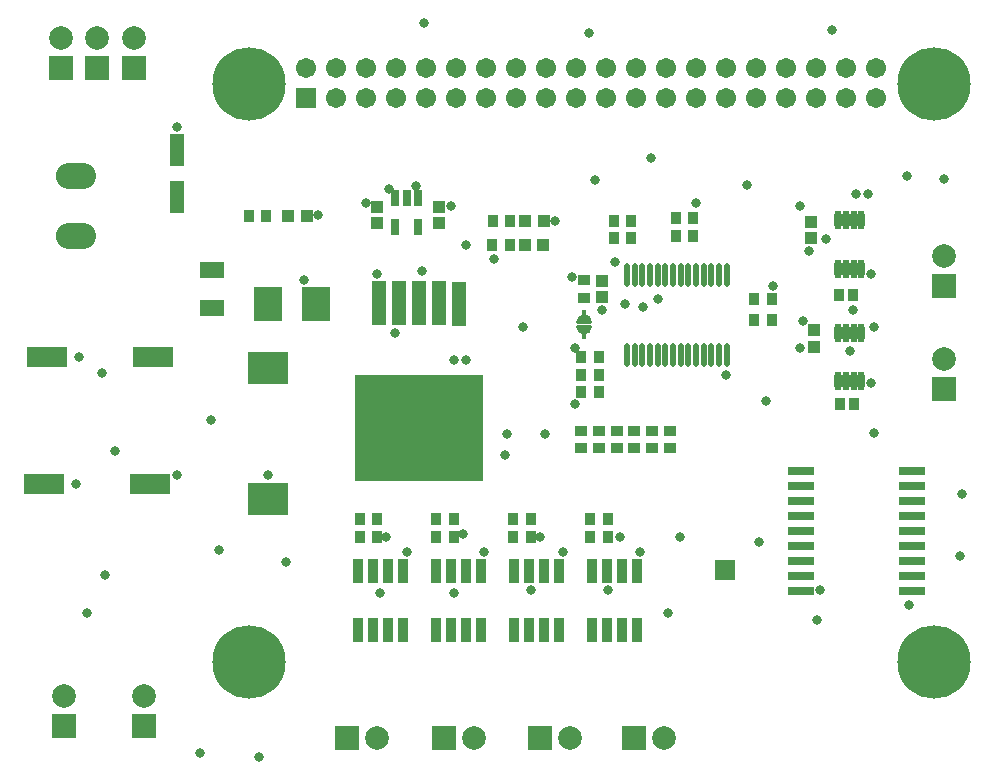
<source format=gts>
G04 Layer_Color=8388736*
%FSLAX25Y25*%
%MOIN*%
G70*
G01*
G75*
%ADD49C,0.01300*%
%ADD50R,0.03556X0.04343*%
%ADD51R,0.13398X0.06706*%
%ADD52R,0.04343X0.03556*%
%ADD53R,0.04343X0.03950*%
%ADD54R,0.03556X0.04147*%
%ADD55R,0.09816X0.11509*%
%ADD56R,0.08280X0.05524*%
%ADD57R,0.13398X0.10642*%
%ADD58R,0.03950X0.03950*%
%ADD59R,0.08674X0.03162*%
%ADD60O,0.01587X0.02768*%
%ADD61R,0.03635X0.07887*%
%ADD62O,0.02572X0.06312*%
%ADD63O,0.02178X0.07887*%
%ADD64R,0.03162X0.05524*%
%ADD65R,0.05009X0.14579*%
%ADD66R,0.42768X0.35800*%
%ADD67R,0.04737X0.11036*%
%ADD68O,0.13398X0.08674*%
%ADD69R,0.07887X0.07887*%
%ADD70C,0.07887*%
%ADD71R,0.07887X0.07887*%
%ADD72C,0.24422*%
%ADD73C,0.06706*%
%ADD74R,0.06706X0.06706*%
%ADD75R,0.06800X0.06800*%
%ADD76C,0.03162*%
G36*
X236221Y305908D02*
X235921Y305184D01*
X235367Y304630D01*
X234644Y304331D01*
X233860D01*
X233137Y304630D01*
X232583Y305184D01*
X232283Y305908D01*
Y306299D01*
X236221D01*
Y305908D01*
D02*
G37*
G36*
X235401Y309693D02*
X235955Y309139D01*
X236255Y308415D01*
Y308024D01*
X232318D01*
Y308415D01*
X232617Y309139D01*
X233171Y309693D01*
X233894Y309992D01*
X234678D01*
X235401Y309693D01*
D02*
G37*
D49*
X236221Y307874D02*
G03*
X234152Y309840I-1969J0D01*
G01*
D02*
G03*
X232283Y307874I100J-1966D01*
G01*
Y306299D02*
G03*
X234152Y304333I1969J0D01*
G01*
D02*
G03*
X236221Y306299I100J1966D01*
G01*
X232284Y307874D02*
X236221D01*
X232284Y306299D02*
X236221D01*
D50*
X209623Y341535D02*
D03*
X203717D02*
D03*
X209449Y333465D02*
D03*
X203543D02*
D03*
X242126Y236221D02*
D03*
X236220D02*
D03*
X190945D02*
D03*
X185039D02*
D03*
X128324Y343251D02*
D03*
X122418D02*
D03*
X210630Y236221D02*
D03*
X216535D02*
D03*
X210630Y242126D02*
D03*
X216535D02*
D03*
X159449Y236221D02*
D03*
X165354D02*
D03*
X159449Y242126D02*
D03*
X165354D02*
D03*
X233268Y296260D02*
D03*
X239173D02*
D03*
X233268Y290354D02*
D03*
X239173D02*
D03*
X233268Y284449D02*
D03*
X239173D02*
D03*
X296900Y315415D02*
D03*
X290995D02*
D03*
X296800Y308515D02*
D03*
X290895D02*
D03*
X244094Y335810D02*
D03*
X250000D02*
D03*
X244094Y341535D02*
D03*
X250000D02*
D03*
X270669Y342520D02*
D03*
X264764D02*
D03*
X270669Y336614D02*
D03*
X264764D02*
D03*
X185039Y242126D02*
D03*
X190945D02*
D03*
X236221Y242126D02*
D03*
X242126D02*
D03*
D51*
X55118Y296306D02*
D03*
X90551D02*
D03*
X54134Y253754D02*
D03*
X89567D02*
D03*
D52*
X234252Y315945D02*
D03*
Y321850D02*
D03*
X233268Y265748D02*
D03*
Y271654D02*
D03*
X239173Y265748D02*
D03*
Y271654D02*
D03*
X245079Y265748D02*
D03*
Y271654D02*
D03*
X250984Y265748D02*
D03*
Y271654D02*
D03*
X256890Y265748D02*
D03*
Y271654D02*
D03*
X262795D02*
D03*
Y265748D02*
D03*
D53*
X240158Y321654D02*
D03*
Y316142D02*
D03*
X165354Y340748D02*
D03*
Y346260D02*
D03*
X186024D02*
D03*
Y340748D02*
D03*
X310039Y341339D02*
D03*
Y335827D02*
D03*
X311024Y305118D02*
D03*
Y299606D02*
D03*
D54*
X319291Y316929D02*
D03*
X323819D02*
D03*
X319587Y280512D02*
D03*
X324114D02*
D03*
D55*
X144783Y313976D02*
D03*
X128839D02*
D03*
D56*
X110236Y325197D02*
D03*
Y312598D02*
D03*
D57*
X128937Y292520D02*
D03*
Y248819D02*
D03*
D58*
X141770Y343351D02*
D03*
X135471D02*
D03*
X220866Y341535D02*
D03*
X214567D02*
D03*
X220692Y333465D02*
D03*
X214393D02*
D03*
D59*
X306496Y258189D02*
D03*
Y253189D02*
D03*
Y248189D02*
D03*
Y243189D02*
D03*
Y238189D02*
D03*
Y233189D02*
D03*
Y228189D02*
D03*
Y223189D02*
D03*
Y218189D02*
D03*
X343504Y258189D02*
D03*
Y253189D02*
D03*
Y248189D02*
D03*
Y243189D02*
D03*
Y238189D02*
D03*
Y233189D02*
D03*
Y228189D02*
D03*
Y223189D02*
D03*
Y218189D02*
D03*
D60*
X234252Y303543D02*
D03*
Y310630D02*
D03*
D61*
X251784Y205315D02*
D03*
X246784D02*
D03*
X241784D02*
D03*
X236784D02*
D03*
Y225000D02*
D03*
X241784D02*
D03*
X246784D02*
D03*
X251784D02*
D03*
X225802Y205315D02*
D03*
X220802D02*
D03*
X215802D02*
D03*
X210802D02*
D03*
Y225000D02*
D03*
X215802D02*
D03*
X220802D02*
D03*
X225802D02*
D03*
X199820Y205315D02*
D03*
X194820D02*
D03*
X189821D02*
D03*
X184820D02*
D03*
Y225000D02*
D03*
X189821D02*
D03*
X194820D02*
D03*
X199820D02*
D03*
X173839D02*
D03*
X168839D02*
D03*
X163839D02*
D03*
X158839D02*
D03*
Y205315D02*
D03*
X163839D02*
D03*
X168839D02*
D03*
X173839D02*
D03*
D62*
X318996Y288189D02*
D03*
X321555D02*
D03*
X324114D02*
D03*
X326673D02*
D03*
X318996Y304331D02*
D03*
X321555D02*
D03*
X324114D02*
D03*
X326673D02*
D03*
X318996Y325591D02*
D03*
X321555D02*
D03*
X324114D02*
D03*
X326673D02*
D03*
X318996Y341732D02*
D03*
X321555D02*
D03*
X324114D02*
D03*
X326673D02*
D03*
D63*
X248513Y296829D02*
D03*
X251073D02*
D03*
X253631D02*
D03*
X256190D02*
D03*
X258750D02*
D03*
X261309D02*
D03*
X263868D02*
D03*
X266427D02*
D03*
X268986D02*
D03*
X271545D02*
D03*
X274104D02*
D03*
X276663D02*
D03*
X279222D02*
D03*
X281781D02*
D03*
X248513Y323601D02*
D03*
X251073D02*
D03*
X253631D02*
D03*
X256190D02*
D03*
X258750D02*
D03*
X261309D02*
D03*
X263868D02*
D03*
X266427D02*
D03*
X268986D02*
D03*
X271545D02*
D03*
X274104D02*
D03*
X276663D02*
D03*
X279222D02*
D03*
X281781D02*
D03*
D64*
X178813Y349058D02*
D03*
X175073D02*
D03*
X171333D02*
D03*
Y339609D02*
D03*
X178813D02*
D03*
D65*
X165732Y314173D02*
D03*
X172433D02*
D03*
X179134D02*
D03*
X185835D02*
D03*
X192535Y313780D02*
D03*
D66*
X179134Y272441D02*
D03*
D67*
X98425Y365158D02*
D03*
Y349409D02*
D03*
D68*
X64961Y336457D02*
D03*
Y356457D02*
D03*
D69*
X219409Y169291D02*
D03*
X250984D02*
D03*
X187402Y169291D02*
D03*
X155118Y169291D02*
D03*
D70*
X229410D02*
D03*
X260984D02*
D03*
X197402Y169291D02*
D03*
X165118Y169291D02*
D03*
X87598Y183071D02*
D03*
X61024D02*
D03*
X354331Y329803D02*
D03*
Y295433D02*
D03*
X84041Y402638D02*
D03*
X72040Y402638D02*
D03*
X60039D02*
D03*
D71*
X87598Y173071D02*
D03*
X61024D02*
D03*
X354331Y319803D02*
D03*
Y285433D02*
D03*
X84041Y392638D02*
D03*
X72040Y392638D02*
D03*
X60039D02*
D03*
D72*
X350906Y194441D02*
D03*
Y387354D02*
D03*
X122559Y194441D02*
D03*
Y387354D02*
D03*
D73*
X301500Y382400D02*
D03*
Y392400D02*
D03*
X311500Y382400D02*
D03*
Y392400D02*
D03*
X321500Y382400D02*
D03*
Y392400D02*
D03*
X331500Y382400D02*
D03*
Y392400D02*
D03*
X291500D02*
D03*
Y382400D02*
D03*
X281500Y392400D02*
D03*
Y382400D02*
D03*
X271500Y392400D02*
D03*
Y382400D02*
D03*
X261500Y392400D02*
D03*
Y382400D02*
D03*
X251500Y392400D02*
D03*
Y382400D02*
D03*
X241500Y392400D02*
D03*
Y382400D02*
D03*
X231500Y392400D02*
D03*
Y382400D02*
D03*
X221500Y392400D02*
D03*
Y382400D02*
D03*
X211500Y392400D02*
D03*
Y382400D02*
D03*
X201500Y392400D02*
D03*
Y382400D02*
D03*
X191500Y392400D02*
D03*
Y382400D02*
D03*
X181500Y392400D02*
D03*
Y382400D02*
D03*
X171500Y392400D02*
D03*
Y382400D02*
D03*
X161500Y392400D02*
D03*
Y382400D02*
D03*
X151500Y392400D02*
D03*
Y382400D02*
D03*
X141500Y392400D02*
D03*
D74*
Y382400D02*
D03*
D75*
X281200Y225100D02*
D03*
D76*
X307087Y308071D02*
D03*
X306102Y346457D02*
D03*
X194882Y333661D02*
D03*
X224410Y341535D02*
D03*
X64961Y253937D02*
D03*
X65945Y296260D02*
D03*
X190945Y295276D02*
D03*
X194882D02*
D03*
X140748Y321850D02*
D03*
X180118Y324803D02*
D03*
X161417Y347441D02*
D03*
X128937Y256890D02*
D03*
X98425D02*
D03*
X171260Y304134D02*
D03*
X189961Y346457D02*
D03*
X178150Y353346D02*
D03*
X169291Y352362D02*
D03*
X145669Y343504D02*
D03*
X342520Y213583D02*
D03*
X312992Y218504D02*
D03*
X253937Y312992D02*
D03*
X258858Y315531D02*
D03*
X248031Y313976D02*
D03*
X231299Y299213D02*
D03*
Y280512D02*
D03*
X271654Y347441D02*
D03*
X230315Y322835D02*
D03*
X297244Y319882D02*
D03*
X281496Y290354D02*
D03*
X240158Y312008D02*
D03*
X330709Y306102D02*
D03*
X328740Y350394D02*
D03*
X329724Y323819D02*
D03*
X314961Y335630D02*
D03*
X324803Y350394D02*
D03*
X323819Y312008D02*
D03*
X322835Y298228D02*
D03*
X329724Y287402D02*
D03*
X306102Y299213D02*
D03*
X309055Y331693D02*
D03*
X252953Y231299D02*
D03*
X227362D02*
D03*
X216535Y218504D02*
D03*
X242126D02*
D03*
X246063Y236221D02*
D03*
X219488D02*
D03*
X193898Y237205D02*
D03*
X200787Y231299D02*
D03*
X190945Y217520D02*
D03*
X166339D02*
D03*
X168307Y236221D02*
D03*
X175197Y231299D02*
D03*
X98425Y373031D02*
D03*
X165354Y323819D02*
D03*
X204331Y328740D02*
D03*
X244488Y327953D02*
D03*
X68504Y211024D02*
D03*
X106299Y164173D02*
D03*
X125984Y162992D02*
D03*
X112598Y231890D02*
D03*
X207874Y263386D02*
D03*
X208661Y270472D02*
D03*
X266142Y236221D02*
D03*
X262205Y211024D02*
D03*
X311811Y208661D02*
D03*
X330709Y270866D02*
D03*
X360236Y250394D02*
D03*
X359449Y229921D02*
D03*
X294882Y281496D02*
D03*
X354331Y355512D02*
D03*
X341732Y356693D02*
D03*
X237795Y355118D02*
D03*
X288583Y353543D02*
D03*
X213779Y306299D02*
D03*
X135039Y227953D02*
D03*
X316929Y405118D02*
D03*
X235827Y404331D02*
D03*
X180709Y407480D02*
D03*
X77953Y264961D02*
D03*
X73622Y290945D02*
D03*
X109843Y275197D02*
D03*
X292520Y234646D02*
D03*
X74410Y223622D02*
D03*
X256693Y362598D02*
D03*
X221260Y270472D02*
D03*
M02*

</source>
